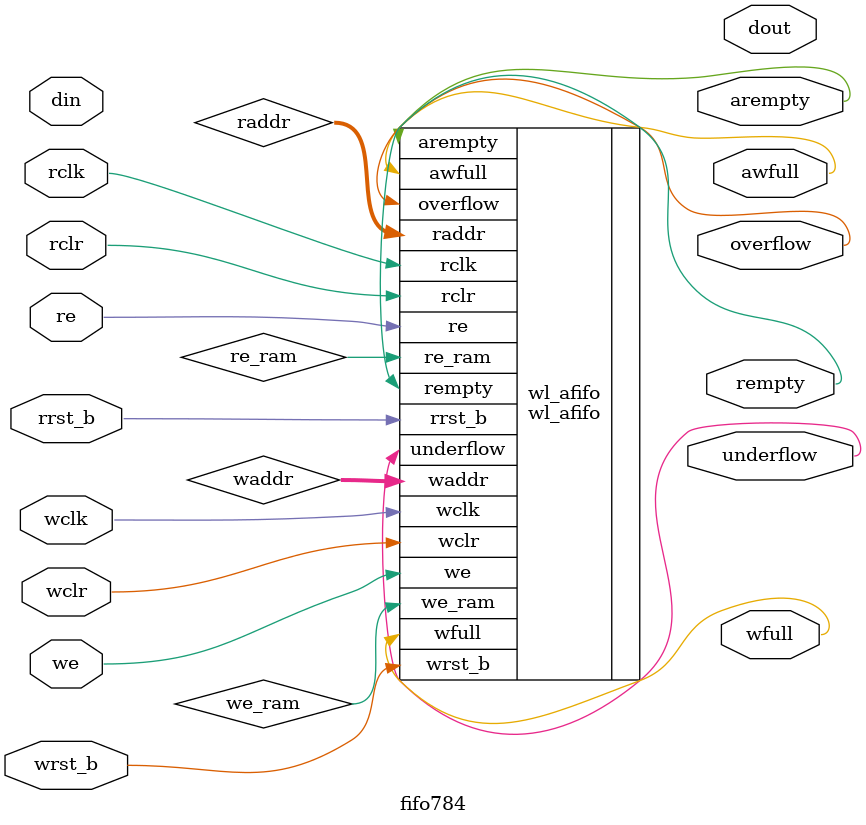
<source format=v>
`timescale 1ns / 1ps

module fifo784(
    dout         ,
    wfull        ,
    rempty       , 
    awfull       ,
    arempty      ,
    overflow     ,
    underflow    ,
    rclk         ,
    wclk         , 
    rrst_b       ,
    wrst_b       ,
    din          ,
    re           ,
    we           ,
    wclr         ,
    rclr
    );
          
//parameters
parameter H=100;                   //
parameter TA = 8;                 //
parameter TB = 2;                 //
parameter W =32;                   //
parameter OREG =0 ;               //
parameter BWA=0;                  //

parameter L =  ( H <= 2 ) ? 1 :   //
               ( H <= 4 ) ? 2 :
               ( H <= 8 ) ? 3 :
               ( H <= 16 ) ? 4 :
               ( H <= 32 ) ? 5 :
               ( H <= 64 ) ? 6 :
               ( H <= 128 ) ? 7 :
               ( H <= 256 ) ? 8 :
               ( H <= 512 ) ? 9 :
               ( H <= 1024 ) ? 10 :
               ( H <= 2048 ) ? 11 :
               ( H <= 4096 ) ? 12 :
               ( H <= 8192 ) ? 13 : 
               ( H <= 16384 ) ? 14 : 
               ( H <= 32768 ) ? 15 : 16;    
 
//localparam RAM_H= ( H <= 2 ) ? 2 :   //
//               ( H <= 4 ) ? 4 :
//               ( H <= 8 ) ? 8 :
//               ( H <= 16 ) ? 16 :
//               ( H <= 32 ) ? 32 :
//               ( H <= 64 ) ? 64 :
//               ( H <= 128 ) ? 128 :
//               ( H <= 256 ) ? 256 :
//               ( H <= 512 ) ? 512 :
//               ( H <= 1024 ) ? 1024 :
//               ( H <= 2048 ) ? 2048 :
//               ( H <= 4096 ) ? 4096 :
//               ( H <= 8192 ) ? 8192 : 
//               ( H <= 16384 ) ? 16384 : 
//               ( H <= 32768 ) ? 32768 : 65536;  

//ports       
output [W-1:0]         dout;          //data out 
output                 wfull;         //wfull
output                 rempty;        //rempty
output                 awfull;        //almost full flag
output                 arempty;       //almost empty flag
output                 overflow;      //write when full
output                 underflow;     //read when empty

input                  rclk;          //read clk
input                  wclk;          //write clk
input                  rrst_b;        //read reset signal
input                  wrst_b;        //write reset signal
input [W-1:0]          din;           //data into fifo 
input                  re;            //read enable signal
input                  we;            //write enable signal           
input                  wclr;          //write clr signal
input                  rclr;          //read clr signal

//------------------------------------------------------------------------
//internal signals                       
wire                   re_ram;        //
wire                   we_ram;        //
wire  [L-1:0]          waddr;         //
wire  [L-1:0]          raddr;         //
wire  [W-1:0]          dout;          //
//------------------------------------------------------------------------

//instantiate wl_sdpram module


//instantiate wl_afifo module
wl_afifo#(H,TA,TB) wl_afifo
        (
        .wfull                  ( wfull        ),
        .rempty                 ( rempty       ),
        .awfull                 ( awfull       ),
        .arempty                ( arempty      ),
        .overflow               ( overflow     ),
        .underflow              ( underflow    ),
        .we_ram                 ( we_ram       ),
        .waddr                  ( waddr        ),
        .re_ram                 ( re_ram       ),
        .raddr                  ( raddr        ),
        .rclk                   ( rclk         ),
        .wclk                   ( wclk         ),
        .rrst_b                 ( rrst_b       ),
        .wrst_b                 ( wrst_b       ),
        .re                     ( re           ),
        .we                     ( we           ),
        .wclr                   ( wclr         ),
        .rclr                   ( rclr         )
        );   
         
endmodule                                                    

</source>
